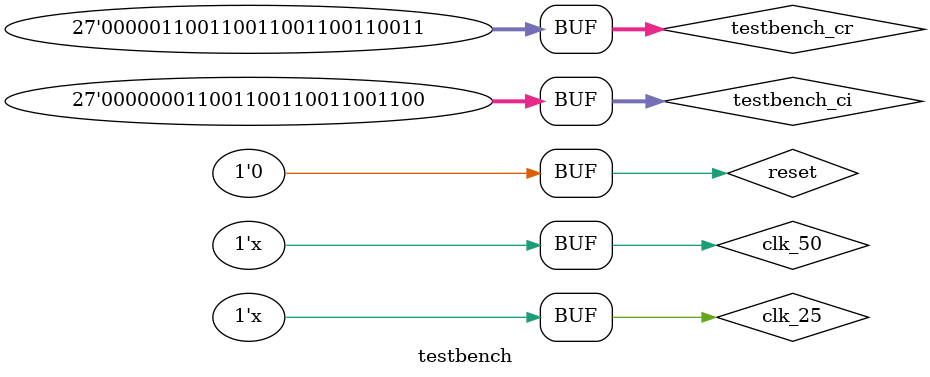
<source format=sv>
`timescale 1ns/1ns

module testbench();
	
	reg clk_50, clk_25, reset;
	
	reg [31:0] index;

	wire signed [26:0] testbench_ci;
	wire signed [26:0] testbench_cr;
    wire [31:0] testbench_max_iterations;
    wire [31:0] testbench_iterations;
    wire testbench_done;

	//Initialize clocks and index
	initial begin
		clk_50 = 1'b0;
		clk_25 = 1'b0;
		index  = 32'd0;
		//testbench_out = 15'd0 ;
	end
	
	//Toggle the clocks
	always begin
		#10
		clk_50  = !clk_50;
	end
	
	always begin
		#20
		clk_25  = !clk_25;
	end
	
	//Intialize and drive signals
	initial begin
		reset  = 1'b0;
		#10 
		reset  = 1'b1;
		#30
		reset  = 1'b0;
	end
	
	//Increment 
	always @ (posedge clk_50) begin
		index  <= index + 32'd1;
	end
	assign testbench_ci = 27'b11001100110011001100;
	assign testbench_cr = 27'b001100110011001100110011;
	//Instantiation of Device Under Test
	// hook up the sine wave generators
iterator DUT   (.clk(clk_50), 
				.rst(reset),
                .ci(testbench_ci),
                .cr(testbench_cr),
                .max_iterations(testbench_max_iterations),
                .iterations(testbench_iterations),
                .done(testbench_done)
				);
	
endmodule


</source>
